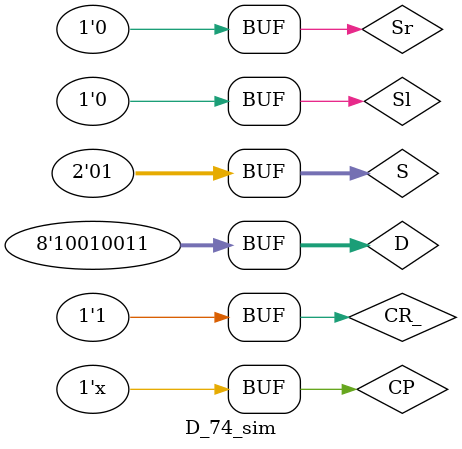
<source format=v>
`timescale 1ns / 1ps

module D_74_sim();
reg CR_,CP;
reg [1:0]S;
reg Sr,Sl;
reg [7:0]D;
wire [7:0]Q;

D_74LS198 test(CR_,CP,S,Sr,Sl,D,Q);

//³õÊ¼»¯
initial 
begin
    CR_=0;CP=0;S=2'b00;Sr=0;Sl=0;#20;
end

always #10 CP=~CP;

initial
begin 
//ÇåÁã
CR_=1;
#20;
//ÖÃÊý
CR_=0;
D=8'b10010011;
S=2'b11;
#50
//×óÒÆ
CR_=1;
Sl=1;
S=2'b10;
#25
Sl=0;
#25;
//ÓÒÒÆ
Sr=1;
S=2'b01;
#25;
Sr=0;
#25;
end
endmodule

</source>
